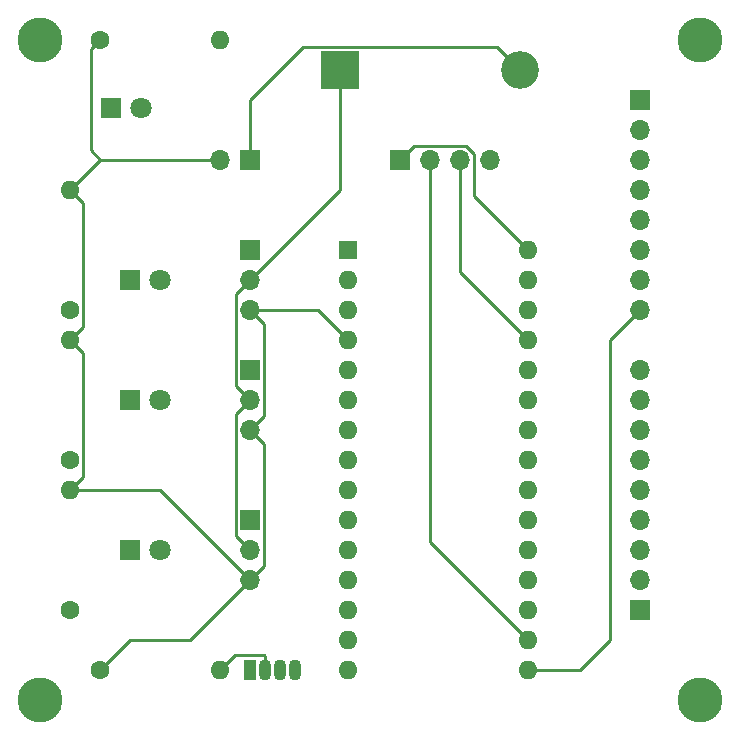
<source format=gbl>
%TF.GenerationSoftware,KiCad,Pcbnew,7.0.5*%
%TF.CreationDate,2023-10-17T21:19:38+10:00*%
%TF.ProjectId,Test Stand,54657374-2053-4746-916e-642e6b696361,rev?*%
%TF.SameCoordinates,Original*%
%TF.FileFunction,Copper,L2,Bot*%
%TF.FilePolarity,Positive*%
%FSLAX46Y46*%
G04 Gerber Fmt 4.6, Leading zero omitted, Abs format (unit mm)*
G04 Created by KiCad (PCBNEW 7.0.5) date 2023-10-17 21:19:38*
%MOMM*%
%LPD*%
G01*
G04 APERTURE LIST*
%TA.AperFunction,ComponentPad*%
%ADD10C,1.600000*%
%TD*%
%TA.AperFunction,ComponentPad*%
%ADD11O,1.600000X1.600000*%
%TD*%
%TA.AperFunction,ComponentPad*%
%ADD12C,1.800000*%
%TD*%
%TA.AperFunction,ComponentPad*%
%ADD13R,1.800000X1.800000*%
%TD*%
%TA.AperFunction,ComponentPad*%
%ADD14R,3.200000X3.200000*%
%TD*%
%TA.AperFunction,ComponentPad*%
%ADD15O,3.200000X3.200000*%
%TD*%
%TA.AperFunction,ComponentPad*%
%ADD16R,1.700000X1.700000*%
%TD*%
%TA.AperFunction,ComponentPad*%
%ADD17O,1.700000X1.700000*%
%TD*%
%TA.AperFunction,ComponentPad*%
%ADD18C,3.800000*%
%TD*%
%TA.AperFunction,ComponentPad*%
%ADD19R,1.070000X1.800000*%
%TD*%
%TA.AperFunction,ComponentPad*%
%ADD20O,1.070000X1.800000*%
%TD*%
%TA.AperFunction,ComponentPad*%
%ADD21R,1.600000X1.600000*%
%TD*%
%TA.AperFunction,Conductor*%
%ADD22C,0.250000*%
%TD*%
G04 APERTURE END LIST*
D10*
X55880000Y-43180000D03*
D11*
X66040000Y-43180000D03*
D12*
X59320000Y-48980000D03*
D13*
X56780000Y-48980000D03*
D14*
X76200000Y-45720000D03*
D15*
X91440000Y-45720000D03*
D16*
X81280000Y-53340000D03*
D17*
X83820000Y-53340000D03*
X86360000Y-53340000D03*
X88900000Y-53340000D03*
D16*
X101600000Y-48260000D03*
D17*
X101600000Y-50800000D03*
X101600000Y-53340000D03*
X101600000Y-55880000D03*
X101600000Y-58420000D03*
X101600000Y-60960000D03*
X101600000Y-63500000D03*
X101600000Y-66040000D03*
D16*
X101600000Y-91440000D03*
D17*
X101600000Y-88900000D03*
X101600000Y-86360000D03*
X101600000Y-83820000D03*
X101600000Y-81280000D03*
X101600000Y-78740000D03*
X101600000Y-76200000D03*
X101600000Y-73660000D03*
X101600000Y-71120000D03*
D18*
X50800000Y-43180000D03*
D16*
X68580000Y-60960000D03*
D17*
X68580000Y-63500000D03*
X68580000Y-66040000D03*
D16*
X68580000Y-83820000D03*
D17*
X68580000Y-86360000D03*
X68580000Y-88900000D03*
D13*
X58420000Y-73660000D03*
D12*
X60960000Y-73660000D03*
D10*
X53340000Y-78740000D03*
D11*
X53340000Y-68580000D03*
D10*
X55880000Y-96520000D03*
D11*
X66040000Y-96520000D03*
D18*
X106680000Y-43180000D03*
D13*
X58420000Y-63500000D03*
D12*
X60960000Y-63500000D03*
D18*
X50800000Y-99060000D03*
D19*
X68580000Y-96520000D03*
D20*
X69850000Y-96520000D03*
X71120000Y-96520000D03*
X72390000Y-96520000D03*
D16*
X68580000Y-53340000D03*
D17*
X66040000Y-53340000D03*
D10*
X53340000Y-66040000D03*
D11*
X53340000Y-55880000D03*
D21*
X76870000Y-60960000D03*
D11*
X76870000Y-63500000D03*
X76870000Y-66040000D03*
X76870000Y-68580000D03*
X76870000Y-71120000D03*
X76870000Y-73660000D03*
X76870000Y-76200000D03*
X76870000Y-78740000D03*
X76870000Y-81280000D03*
X76870000Y-83820000D03*
X76870000Y-86360000D03*
X76870000Y-88900000D03*
X76870000Y-91440000D03*
X76870000Y-93980000D03*
X76870000Y-96520000D03*
X92110000Y-96520000D03*
X92110000Y-93980000D03*
X92110000Y-91440000D03*
X92110000Y-88900000D03*
X92110000Y-86360000D03*
X92110000Y-83820000D03*
X92110000Y-81280000D03*
X92110000Y-78740000D03*
X92110000Y-76200000D03*
X92110000Y-73660000D03*
X92110000Y-71120000D03*
X92110000Y-68580000D03*
X92110000Y-66040000D03*
X92110000Y-63500000D03*
X92110000Y-60960000D03*
D16*
X68580000Y-71120000D03*
D17*
X68580000Y-73660000D03*
X68580000Y-76200000D03*
D18*
X106680000Y-99060000D03*
D13*
X58420000Y-86360000D03*
D12*
X60960000Y-86360000D03*
D10*
X53340000Y-91440000D03*
D11*
X53340000Y-81280000D03*
D22*
X55080001Y-52540001D02*
X55880000Y-53340000D01*
X55080001Y-43979999D02*
X55080001Y-52540001D01*
X55880000Y-43180000D02*
X55080001Y-43979999D01*
X86846701Y-52165000D02*
X87535000Y-52853299D01*
X87535000Y-52853299D02*
X87535000Y-56385000D01*
X82455000Y-52165000D02*
X86846701Y-52165000D01*
X87535000Y-56385000D02*
X92110000Y-60960000D01*
X81280000Y-53340000D02*
X82455000Y-52165000D01*
X83820000Y-53340000D02*
X83820000Y-85690000D01*
X83820000Y-85690000D02*
X92110000Y-93980000D01*
X86360000Y-62830000D02*
X92110000Y-68580000D01*
X86360000Y-53340000D02*
X86360000Y-62830000D01*
X99060000Y-93980000D02*
X99060000Y-68580000D01*
X96520000Y-96520000D02*
X99060000Y-93980000D01*
X92110000Y-96520000D02*
X96520000Y-96520000D01*
X99060000Y-68580000D02*
X101600000Y-66040000D01*
X68580000Y-48260000D02*
X68580000Y-53340000D01*
X73045000Y-43795000D02*
X68580000Y-48260000D01*
X91440000Y-45720000D02*
X89515000Y-43795000D01*
X89515000Y-43795000D02*
X73045000Y-43795000D01*
X76200000Y-55880000D02*
X76200000Y-45720000D01*
X68580000Y-63500000D02*
X76200000Y-55880000D01*
X69755000Y-75025000D02*
X69755000Y-67215000D01*
X68580000Y-76200000D02*
X69755000Y-75025000D01*
X58420000Y-93980000D02*
X55880000Y-96520000D01*
X60960000Y-81280000D02*
X68580000Y-88900000D01*
X63500000Y-93980000D02*
X58420000Y-93980000D01*
X53340000Y-81280000D02*
X60960000Y-81280000D01*
X54465000Y-69705000D02*
X54465000Y-80155000D01*
X55880000Y-53340000D02*
X53340000Y-55880000D01*
X54465000Y-67455000D02*
X53340000Y-68580000D01*
X74330000Y-66040000D02*
X76870000Y-68580000D01*
X53340000Y-68580000D02*
X54465000Y-69705000D01*
X54465000Y-80155000D02*
X53340000Y-81280000D01*
X68580000Y-88900000D02*
X63500000Y-93980000D01*
X69755000Y-87725000D02*
X68580000Y-88900000D01*
X54465000Y-57005000D02*
X54465000Y-67455000D01*
X68580000Y-66040000D02*
X74330000Y-66040000D01*
X66040000Y-53340000D02*
X55880000Y-53340000D01*
X68580000Y-76200000D02*
X69755000Y-77375000D01*
X69755000Y-77375000D02*
X69755000Y-87725000D01*
X53340000Y-55880000D02*
X54465000Y-57005000D01*
X69755000Y-67215000D02*
X68580000Y-66040000D01*
X67405000Y-74835000D02*
X67405000Y-85185000D01*
X67405000Y-85185000D02*
X68580000Y-86360000D01*
X68580000Y-73660000D02*
X67405000Y-74835000D01*
X68580000Y-63500000D02*
X67405000Y-64675000D01*
X67405000Y-64675000D02*
X67405000Y-72485000D01*
X67405000Y-72485000D02*
X68580000Y-73660000D01*
X69850000Y-95370000D02*
X69850000Y-96520000D01*
X69775000Y-95295000D02*
X69850000Y-95370000D01*
X67265000Y-95295000D02*
X69775000Y-95295000D01*
X66040000Y-96520000D02*
X67265000Y-95295000D01*
M02*

</source>
